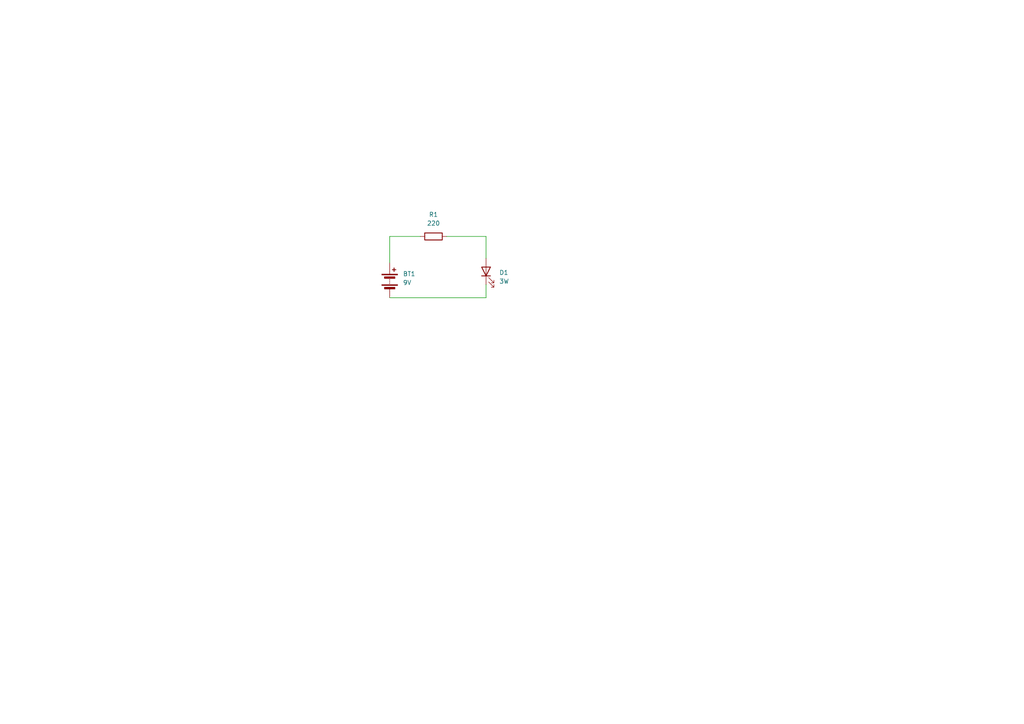
<source format=kicad_sch>
(kicad_sch
	(version 20250114)
	(generator "eeschema")
	(generator_version "9.0")
	(uuid "eccc5de0-f456-45ee-a257-32ff4722b78c")
	(paper "A4")
	(lib_symbols
		(symbol "Device:Battery"
			(pin_numbers
				(hide yes)
			)
			(pin_names
				(offset 0)
				(hide yes)
			)
			(exclude_from_sim no)
			(in_bom yes)
			(on_board yes)
			(property "Reference" "BT"
				(at 2.54 2.54 0)
				(effects
					(font
						(size 1.27 1.27)
					)
					(justify left)
				)
			)
			(property "Value" "Battery"
				(at 2.54 0 0)
				(effects
					(font
						(size 1.27 1.27)
					)
					(justify left)
				)
			)
			(property "Footprint" ""
				(at 0 1.524 90)
				(effects
					(font
						(size 1.27 1.27)
					)
					(hide yes)
				)
			)
			(property "Datasheet" "~"
				(at 0 1.524 90)
				(effects
					(font
						(size 1.27 1.27)
					)
					(hide yes)
				)
			)
			(property "Description" "Multiple-cell battery"
				(at 0 0 0)
				(effects
					(font
						(size 1.27 1.27)
					)
					(hide yes)
				)
			)
			(property "ki_keywords" "batt voltage-source cell"
				(at 0 0 0)
				(effects
					(font
						(size 1.27 1.27)
					)
					(hide yes)
				)
			)
			(symbol "Battery_0_1"
				(rectangle
					(start -2.286 1.778)
					(end 2.286 1.524)
					(stroke
						(width 0)
						(type default)
					)
					(fill
						(type outline)
					)
				)
				(rectangle
					(start -2.286 -1.27)
					(end 2.286 -1.524)
					(stroke
						(width 0)
						(type default)
					)
					(fill
						(type outline)
					)
				)
				(rectangle
					(start -1.524 1.016)
					(end 1.524 0.508)
					(stroke
						(width 0)
						(type default)
					)
					(fill
						(type outline)
					)
				)
				(rectangle
					(start -1.524 -2.032)
					(end 1.524 -2.54)
					(stroke
						(width 0)
						(type default)
					)
					(fill
						(type outline)
					)
				)
				(polyline
					(pts
						(xy 0 1.778) (xy 0 2.54)
					)
					(stroke
						(width 0)
						(type default)
					)
					(fill
						(type none)
					)
				)
				(polyline
					(pts
						(xy 0 0) (xy 0 0.254)
					)
					(stroke
						(width 0)
						(type default)
					)
					(fill
						(type none)
					)
				)
				(polyline
					(pts
						(xy 0 -0.508) (xy 0 -0.254)
					)
					(stroke
						(width 0)
						(type default)
					)
					(fill
						(type none)
					)
				)
				(polyline
					(pts
						(xy 0 -1.016) (xy 0 -0.762)
					)
					(stroke
						(width 0)
						(type default)
					)
					(fill
						(type none)
					)
				)
				(polyline
					(pts
						(xy 0.762 3.048) (xy 1.778 3.048)
					)
					(stroke
						(width 0.254)
						(type default)
					)
					(fill
						(type none)
					)
				)
				(polyline
					(pts
						(xy 1.27 3.556) (xy 1.27 2.54)
					)
					(stroke
						(width 0.254)
						(type default)
					)
					(fill
						(type none)
					)
				)
			)
			(symbol "Battery_1_1"
				(pin passive line
					(at 0 5.08 270)
					(length 2.54)
					(name "+"
						(effects
							(font
								(size 1.27 1.27)
							)
						)
					)
					(number "1"
						(effects
							(font
								(size 1.27 1.27)
							)
						)
					)
				)
				(pin passive line
					(at 0 -5.08 90)
					(length 2.54)
					(name "-"
						(effects
							(font
								(size 1.27 1.27)
							)
						)
					)
					(number "2"
						(effects
							(font
								(size 1.27 1.27)
							)
						)
					)
				)
			)
			(embedded_fonts no)
		)
		(symbol "Device:LED"
			(pin_numbers
				(hide yes)
			)
			(pin_names
				(offset 1.016)
				(hide yes)
			)
			(exclude_from_sim no)
			(in_bom yes)
			(on_board yes)
			(property "Reference" "D"
				(at 0 2.54 0)
				(effects
					(font
						(size 1.27 1.27)
					)
				)
			)
			(property "Value" "LED"
				(at 0 -2.54 0)
				(effects
					(font
						(size 1.27 1.27)
					)
				)
			)
			(property "Footprint" ""
				(at 0 0 0)
				(effects
					(font
						(size 1.27 1.27)
					)
					(hide yes)
				)
			)
			(property "Datasheet" "~"
				(at 0 0 0)
				(effects
					(font
						(size 1.27 1.27)
					)
					(hide yes)
				)
			)
			(property "Description" "Light emitting diode"
				(at 0 0 0)
				(effects
					(font
						(size 1.27 1.27)
					)
					(hide yes)
				)
			)
			(property "Sim.Pins" "1=K 2=A"
				(at 0 0 0)
				(effects
					(font
						(size 1.27 1.27)
					)
					(hide yes)
				)
			)
			(property "ki_keywords" "LED diode"
				(at 0 0 0)
				(effects
					(font
						(size 1.27 1.27)
					)
					(hide yes)
				)
			)
			(property "ki_fp_filters" "LED* LED_SMD:* LED_THT:*"
				(at 0 0 0)
				(effects
					(font
						(size 1.27 1.27)
					)
					(hide yes)
				)
			)
			(symbol "LED_0_1"
				(polyline
					(pts
						(xy -3.048 -0.762) (xy -4.572 -2.286) (xy -3.81 -2.286) (xy -4.572 -2.286) (xy -4.572 -1.524)
					)
					(stroke
						(width 0)
						(type default)
					)
					(fill
						(type none)
					)
				)
				(polyline
					(pts
						(xy -1.778 -0.762) (xy -3.302 -2.286) (xy -2.54 -2.286) (xy -3.302 -2.286) (xy -3.302 -1.524)
					)
					(stroke
						(width 0)
						(type default)
					)
					(fill
						(type none)
					)
				)
				(polyline
					(pts
						(xy -1.27 0) (xy 1.27 0)
					)
					(stroke
						(width 0)
						(type default)
					)
					(fill
						(type none)
					)
				)
				(polyline
					(pts
						(xy -1.27 -1.27) (xy -1.27 1.27)
					)
					(stroke
						(width 0.254)
						(type default)
					)
					(fill
						(type none)
					)
				)
				(polyline
					(pts
						(xy 1.27 -1.27) (xy 1.27 1.27) (xy -1.27 0) (xy 1.27 -1.27)
					)
					(stroke
						(width 0.254)
						(type default)
					)
					(fill
						(type none)
					)
				)
			)
			(symbol "LED_1_1"
				(pin passive line
					(at -3.81 0 0)
					(length 2.54)
					(name "K"
						(effects
							(font
								(size 1.27 1.27)
							)
						)
					)
					(number "1"
						(effects
							(font
								(size 1.27 1.27)
							)
						)
					)
				)
				(pin passive line
					(at 3.81 0 180)
					(length 2.54)
					(name "A"
						(effects
							(font
								(size 1.27 1.27)
							)
						)
					)
					(number "2"
						(effects
							(font
								(size 1.27 1.27)
							)
						)
					)
				)
			)
			(embedded_fonts no)
		)
		(symbol "Device:R"
			(pin_numbers
				(hide yes)
			)
			(pin_names
				(offset 0)
			)
			(exclude_from_sim no)
			(in_bom yes)
			(on_board yes)
			(property "Reference" "R"
				(at 2.032 0 90)
				(effects
					(font
						(size 1.27 1.27)
					)
				)
			)
			(property "Value" "R"
				(at 0 0 90)
				(effects
					(font
						(size 1.27 1.27)
					)
				)
			)
			(property "Footprint" ""
				(at -1.778 0 90)
				(effects
					(font
						(size 1.27 1.27)
					)
					(hide yes)
				)
			)
			(property "Datasheet" "~"
				(at 0 0 0)
				(effects
					(font
						(size 1.27 1.27)
					)
					(hide yes)
				)
			)
			(property "Description" "Resistor"
				(at 0 0 0)
				(effects
					(font
						(size 1.27 1.27)
					)
					(hide yes)
				)
			)
			(property "ki_keywords" "R res resistor"
				(at 0 0 0)
				(effects
					(font
						(size 1.27 1.27)
					)
					(hide yes)
				)
			)
			(property "ki_fp_filters" "R_*"
				(at 0 0 0)
				(effects
					(font
						(size 1.27 1.27)
					)
					(hide yes)
				)
			)
			(symbol "R_0_1"
				(rectangle
					(start -1.016 -2.54)
					(end 1.016 2.54)
					(stroke
						(width 0.254)
						(type default)
					)
					(fill
						(type none)
					)
				)
			)
			(symbol "R_1_1"
				(pin passive line
					(at 0 3.81 270)
					(length 1.27)
					(name "~"
						(effects
							(font
								(size 1.27 1.27)
							)
						)
					)
					(number "1"
						(effects
							(font
								(size 1.27 1.27)
							)
						)
					)
				)
				(pin passive line
					(at 0 -3.81 90)
					(length 1.27)
					(name "~"
						(effects
							(font
								(size 1.27 1.27)
							)
						)
					)
					(number "2"
						(effects
							(font
								(size 1.27 1.27)
							)
						)
					)
				)
			)
			(embedded_fonts no)
		)
	)
	(wire
		(pts
			(xy 140.97 68.58) (xy 140.97 74.93)
		)
		(stroke
			(width 0)
			(type default)
		)
		(uuid "120697ac-3143-4e4f-b039-6fa292d18ed3")
	)
	(wire
		(pts
			(xy 113.03 68.58) (xy 121.92 68.58)
		)
		(stroke
			(width 0)
			(type default)
		)
		(uuid "38866219-4b27-45c9-aa2e-3d8aca6ea64b")
	)
	(wire
		(pts
			(xy 113.03 76.2) (xy 113.03 68.58)
		)
		(stroke
			(width 0)
			(type default)
		)
		(uuid "77a9f526-3761-427b-9ed2-328ec1c710e1")
	)
	(wire
		(pts
			(xy 129.54 68.58) (xy 140.97 68.58)
		)
		(stroke
			(width 0)
			(type default)
		)
		(uuid "85ba001f-b3dc-4ed3-a62a-2290ab9fc01e")
	)
	(wire
		(pts
			(xy 140.97 86.36) (xy 113.03 86.36)
		)
		(stroke
			(width 0)
			(type default)
		)
		(uuid "ad41b1bb-3e57-4dbf-b419-7bad0f289d0e")
	)
	(wire
		(pts
			(xy 140.97 82.55) (xy 140.97 86.36)
		)
		(stroke
			(width 0)
			(type default)
		)
		(uuid "d5e1fa85-0e7f-4f25-aefb-970ae2f2be63")
	)
	(symbol
		(lib_id "Device:LED")
		(at 140.97 78.74 90)
		(unit 1)
		(exclude_from_sim no)
		(in_bom yes)
		(on_board yes)
		(dnp no)
		(fields_autoplaced yes)
		(uuid "0c0b425b-8121-43bc-95dc-a23e274716d8")
		(property "Reference" "D1"
			(at 144.78 79.0574 90)
			(effects
				(font
					(size 1.27 1.27)
				)
				(justify right)
			)
		)
		(property "Value" "3W"
			(at 144.78 81.5974 90)
			(effects
				(font
					(size 1.27 1.27)
				)
				(justify right)
			)
		)
		(property "Footprint" "LED_THT:LED_D5.0mm"
			(at 140.97 78.74 0)
			(effects
				(font
					(size 1.27 1.27)
				)
				(hide yes)
			)
		)
		(property "Datasheet" "~"
			(at 140.97 78.74 0)
			(effects
				(font
					(size 1.27 1.27)
				)
				(hide yes)
			)
		)
		(property "Description" "Light emitting diode"
			(at 140.97 78.74 0)
			(effects
				(font
					(size 1.27 1.27)
				)
				(hide yes)
			)
		)
		(property "Sim.Pins" "1=K 2=A"
			(at 140.97 78.74 0)
			(effects
				(font
					(size 1.27 1.27)
				)
				(hide yes)
			)
		)
		(pin "2"
			(uuid "f9f4aae2-f8ab-43eb-8980-8d16225adce2")
		)
		(pin "1"
			(uuid "64bb8039-e443-404f-89f5-02f931cb22d7")
		)
		(instances
			(project ""
				(path "/eccc5de0-f456-45ee-a257-32ff4722b78c"
					(reference "D1")
					(unit 1)
				)
			)
		)
	)
	(symbol
		(lib_id "Device:Battery")
		(at 113.03 81.28 0)
		(unit 1)
		(exclude_from_sim no)
		(in_bom yes)
		(on_board yes)
		(dnp no)
		(fields_autoplaced yes)
		(uuid "6168e115-9f5b-42da-925a-66502d843b40")
		(property "Reference" "BT1"
			(at 116.84 79.4384 0)
			(effects
				(font
					(size 1.27 1.27)
				)
				(justify left)
			)
		)
		(property "Value" "9V"
			(at 116.84 81.9784 0)
			(effects
				(font
					(size 1.27 1.27)
				)
				(justify left)
			)
		)
		(property "Footprint" "Connector_PinHeader_2.54mm:PinHeader_1x02_P2.54mm_Horizontal"
			(at 113.03 79.756 90)
			(effects
				(font
					(size 1.27 1.27)
				)
				(hide yes)
			)
		)
		(property "Datasheet" "~"
			(at 113.03 79.756 90)
			(effects
				(font
					(size 1.27 1.27)
				)
				(hide yes)
			)
		)
		(property "Description" "Multiple-cell battery"
			(at 113.03 81.28 0)
			(effects
				(font
					(size 1.27 1.27)
				)
				(hide yes)
			)
		)
		(pin "1"
			(uuid "73a82c4d-c8ea-4f2d-97c3-bc6d9df0866f")
		)
		(pin "2"
			(uuid "e122b11a-f0a8-4d40-9f03-a9cf54539be8")
		)
		(instances
			(project ""
				(path "/eccc5de0-f456-45ee-a257-32ff4722b78c"
					(reference "BT1")
					(unit 1)
				)
			)
		)
	)
	(symbol
		(lib_id "Device:R")
		(at 125.73 68.58 90)
		(unit 1)
		(exclude_from_sim no)
		(in_bom yes)
		(on_board yes)
		(dnp no)
		(fields_autoplaced yes)
		(uuid "7919c40e-346f-4704-afe9-787d9505a41f")
		(property "Reference" "R1"
			(at 125.73 62.23 90)
			(effects
				(font
					(size 1.27 1.27)
				)
			)
		)
		(property "Value" "220"
			(at 125.73 64.77 90)
			(effects
				(font
					(size 1.27 1.27)
				)
			)
		)
		(property "Footprint" "Resistor_THT:R_Axial_DIN0309_L9.0mm_D3.2mm_P15.24mm_Horizontal"
			(at 125.73 70.358 90)
			(effects
				(font
					(size 1.27 1.27)
				)
				(hide yes)
			)
		)
		(property "Datasheet" "~"
			(at 125.73 68.58 0)
			(effects
				(font
					(size 1.27 1.27)
				)
				(hide yes)
			)
		)
		(property "Description" "Resistor"
			(at 125.73 68.58 0)
			(effects
				(font
					(size 1.27 1.27)
				)
				(hide yes)
			)
		)
		(pin "1"
			(uuid "2f9c80fa-dfbc-4278-9ae1-5e4575fda7a2")
		)
		(pin "2"
			(uuid "20fb4db6-0b2b-49c8-8c3f-bb394f783dc6")
		)
		(instances
			(project ""
				(path "/eccc5de0-f456-45ee-a257-32ff4722b78c"
					(reference "R1")
					(unit 1)
				)
			)
		)
	)
	(sheet_instances
		(path "/"
			(page "1")
		)
	)
	(embedded_fonts no)
)

</source>
